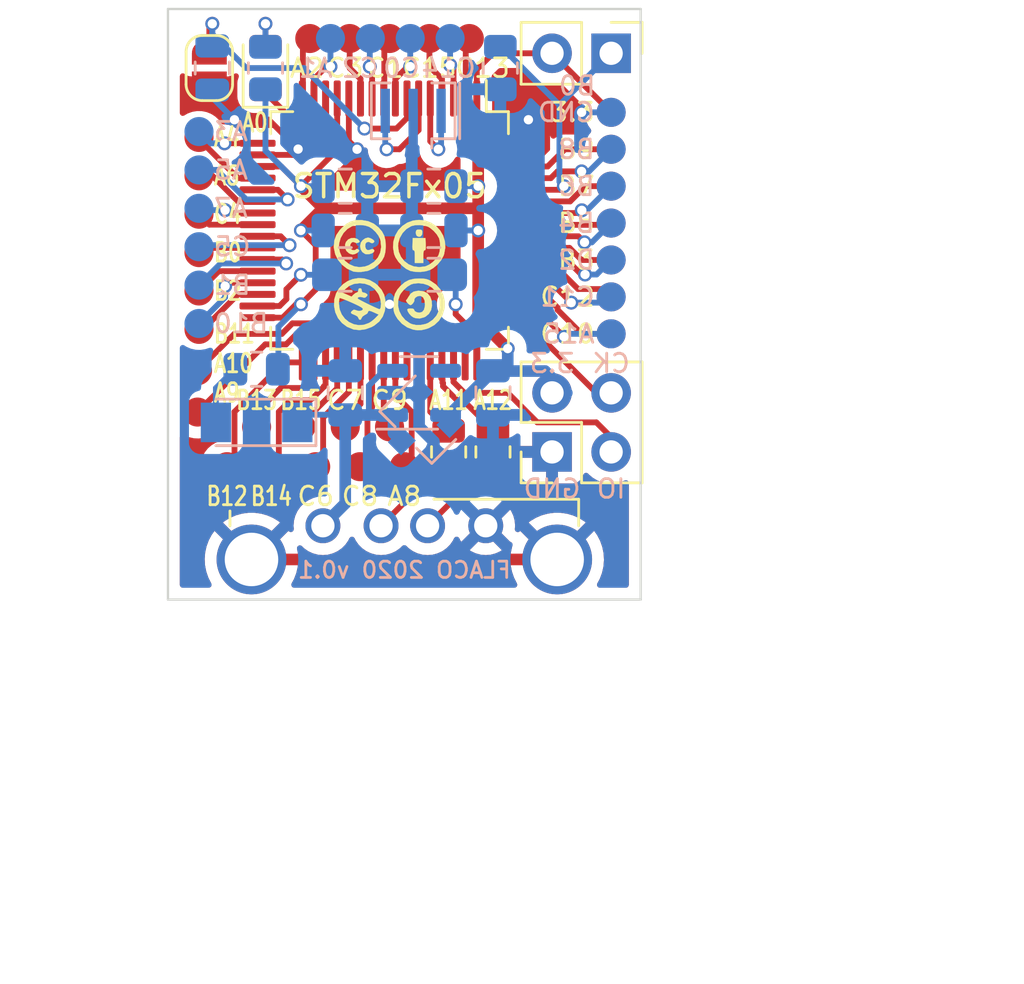
<source format=kicad_pcb>
(kicad_pcb (version 20211014) (generator pcbnew)
  (title_block (title "USB Amiga Keyboard adapter") (date "2019-12-20") (rev "0.1") (company "FLACO 2019, licence of this PCB is CC-BY-NC-SA") (comment 1 "Connect a USB keyboard to an internal or external amiga keyboard connector") (comment 2 "Support for A500 reset signal, KCLK reset, and reset warning") (comment 4 "Warning : no electrical protection. Change connections while powered off and beware of ESD"))
  (layers (0 "F.Cu" signal) (31 "B.Cu" signal) (34 "B.Paste" user) (35 "F.Paste" user) (36 "B.SilkS" user "B.Silkscreen") (37 "F.SilkS" user "F.Silkscreen") (38 "B.Mask" user) (39 "F.Mask" user) (44 "Edge.Cuts" user))
  (net 0 "")
  (net 1 "NRST")
  (net 2 "+3.3V")
  (net 3 "+5V")
  (net 4 "JTCK-SWCLK")
  (net 5 "BOOT0")
  (net 6 "OTG_FS_DP")
  (net 7 "OTG_FS_DM")
  (net 8 "JTMS-SWDIO")
  (net 9 "Net-(D1-Pad2)")
  (net 10 "LED")
  (net 11 "GROUND")
  (net 12 "Net-(C10-Pad1)")
  (net 13 "Net-(C11-Pad1)")
  (net 14 "Net-(J2-Pad3)")
  (net 15 "Net-(J2-Pad2)")
  (net 16 "Net-(D2-Pad2)")
  (net 17 "Net-(C9-Pad1)")
  (net 18 "Net-(C8-Pad1)")
  (net 19 "RX")
  (net 20 "TX")
  (net 21 "Net-(TP1-Pad1)")
  (net 22 "Net-(TP3-Pad1)")
  (net 23 "Net-(TP4-Pad1)")
  (net 24 "Net-(TP5-Pad1)")
  (net 25 "Net-(TP6-Pad1)")
  (net 26 "Net-(TP7-Pad1)")
  (net 27 "Net-(TP8-Pad1)")
  (net 28 "Net-(TP9-Pad1)")
  (net 29 "Net-(TP10-Pad1)")
  (net 30 "Net-(TP11-Pad1)")
  (net 31 "Net-(TP12-Pad1)")
  (net 32 "Net-(TP13-Pad1)")
  (net 33 "Net-(TP14-Pad1)")
  (net 34 "Net-(TP15-Pad1)")
  (net 35 "Net-(TP16-Pad1)")
  (net 36 "Net-(TP17-Pad1)")
  (net 37 "Net-(TP18-Pad1)")
  (net 38 "Net-(TP19-Pad1)")
  (net 39 "Net-(TP20-Pad1)")
  (net 40 "Net-(TP21-Pad1)")
  (net 41 "Net-(TP22-Pad1)")
  (net 42 "Net-(TP23-Pad1)")
  (net 43 "Net-(TP24-Pad1)")
  (net 44 "Net-(TP25-Pad1)")
  (net 45 "Net-(TP26-Pad1)")
  (net 46 "Net-(TP27-Pad1)")
  (net 47 "Net-(TP28-Pad1)")
  (net 48 "Net-(TP29-Pad1)")
  (net 49 "Net-(TP30-Pad1)")
  (net 50 "Net-(TP31-Pad1)")
  (net 51 "Net-(TP32-Pad1)")
  (net 52 "Net-(TP33-Pad1)")
  (net 53 "Net-(TP34-Pad1)")
  (net 54 "Net-(TP35-Pad1)")
  (net 55 "Net-(TP36-Pad1)")
  (net 56 "Net-(TP37-Pad1)")
  (net 57 "Net-(TP38-Pad1)")
  (net 58 "Net-(TP39-Pad1)")
  (net 59 "Net-(TP40-Pad1)")
  (net 60 "Net-(TP41-Pad1)")
  (net 61 "Net-(TP42-Pad1)")
  (net 62 "Net-(TP43-Pad1)")
  (footprint "Resistor_SMD:R_0805_2012Metric" (layer "F.Cu") (at 189.865 69.215 90)
    (fp_text reference "R1" hide)
    (fp_text value "22")
  )
  (footprint "Sassa:USB_A_female_THT_G54" (layer "F.Cu") (at 186.055 72.39)
    (fp_text reference "J2" hide)
    (fp_text value "USB_A")
  )
  (footprint "Package_QFP:LQFP-64_10x10mm_P0.5mm" (layer "F.Cu") (at 185.42 59.69 -90)
    (fp_text reference "U1" hide)
    (fp_text value "STM32F105R8Tx")
  )
  (footprint "Jumper:SolderJumper-2_P1.3mm_Open_RoundedPad1.0x1.5mm" (layer "F.Cu") (at 177.673 52.705 -90)
    (fp_text reference "JP1" hide)
    (fp_text value "NRST")
  )
  (footprint "LED_SMD:LED_0805_2012Metric" (layer "F.Cu") (at 180.086 52.705 90)
    (fp_text reference "D2" hide)
    (fp_text value "LED")
  )
  (footprint "Sassa:Measurement_Point_Round-SMD-Pad_VerySmall" (layer "F.Cu") (at 177.165 65.7225)
    (fp_text reference "TP2" hide)
    (fp_text value "RX" hide)
  )
  (footprint "Sassa:CC_BY_NC_SA_square_silkscreen_4.8x4.8mm" (layer "F.Cu") (at 185.42 61.595)
    (fp_text reference "MK5" hide)
    (fp_text value "License" hide)
  )
  (footprint "Sassa:Measurement_Point_Round-SMD-Pad_VerySmall" (layer "F.Cu") (at 185.42 51.435)
    (fp_text reference "TP4" hide)
    (fp_text value "TP" hide)
  )
  (footprint "Sassa:Measurement_Point_Round-SMD-Pad_VerySmall" (layer "F.Cu") (at 183.7055 51.435)
    (fp_text reference "TP6" hide)
    (fp_text value "TP" hide)
  )
  (footprint "Sassa:Measurement_Point_Round-SMD-Pad_VerySmall" (layer "F.Cu") (at 177.2285 58.9915)
    (fp_text reference "TP7" hide)
    (fp_text value "TP" hide)
  )
  (footprint "Sassa:Measurement_Point_Round-SMD-Pad_VerySmall" (layer "F.Cu") (at 182.245 69.85)
    (fp_text reference "TP9" hide)
    (fp_text value "TP" hide)
  )
  (footprint "Sassa:Measurement_Point_Round-SMD-Pad_VerySmall" (layer "F.Cu") (at 183.515 68.1355)
    (fp_text reference "TP10" hide)
    (fp_text value "TP" hide)
  )
  (footprint "Sassa:Measurement_Point_Round-SMD-Pad_VerySmall" (layer "F.Cu") (at 184.15 69.85)
    (fp_text reference "TP11" hide)
    (fp_text value "TP" hide)
  )
  (footprint "Sassa:Measurement_Point_Round-SMD-Pad_VerySmall" (layer "F.Cu") (at 194.945 64.135 180)
    (fp_text reference "TP13" hide)
    (fp_text value "TP" hide)
  )
  (footprint "Sassa:Measurement_Point_Round-SMD-Pad_VerySmall" (layer "F.Cu") (at 194.945 62.5475 180)
    (fp_text reference "TP15" hide)
    (fp_text value "TP" hide)
  )
  (footprint "Sassa:Measurement_Point_Round-SMD-Pad_VerySmall" (layer "F.Cu") (at 187.1345 51.435)
    (fp_text reference "TP18" hide)
    (fp_text value "TP" hide)
  )
  (footprint "Sassa:Measurement_Point_Round-SMD-Pad_VerySmall" (layer "F.Cu") (at 181.991 51.435)
    (fp_text reference "TP20" hide)
    (fp_text value "TP" hide)
  )
  (footprint "Sassa:Measurement_Point_Round-SMD-Pad_VerySmall" (layer "F.Cu") (at 177.2285 55.6895)
    (fp_text reference "TP22" hide)
    (fp_text value "TP" hide)
  )
  (footprint "Sassa:Measurement_Point_Round-SMD-Pad_VerySmall" (layer "F.Cu") (at 177.2285 57.3405)
    (fp_text reference "TP24" hide)
    (fp_text value "TP" hide)
  )
  (footprint "Sassa:Measurement_Point_Round-SMD-Pad_VerySmall" (layer "F.Cu") (at 186.055 69.85)
    (fp_text reference "TP26" hide)
    (fp_text value "TP" hide)
  )
  (footprint "Sassa:Measurement_Point_Round-SMD-Pad_VerySmall" (layer "F.Cu") (at 177.2285 60.6425)
    (fp_text reference "TP28" hide)
    (fp_text value "TP" hide)
  )
  (footprint "Sassa:Measurement_Point_Round-SMD-Pad_VerySmall" (layer "F.Cu") (at 177.2285 62.2935)
    (fp_text reference "TP30" hide)
    (fp_text value "TP" hide)
  )
  (footprint "Sassa:Measurement_Point_Round-SMD-Pad_VerySmall" (layer "F.Cu") (at 194.945 60.96 180)
    (fp_text reference "TP31" hide)
    (fp_text value "TP" hide)
  )
  (footprint "Sassa:Measurement_Point_Round-SMD-Pad_VerySmall" (layer "F.Cu") (at 194.945 59.3725 180)
    (fp_text reference "TP33" hide)
    (fp_text value "TP" hide)
  )
  (footprint "Sassa:Measurement_Point_Round-SMD-Pad_VerySmall" (layer "F.Cu") (at 194.945 57.785 180)
    (fp_text reference "TP35" hide)
    (fp_text value "TP" hide)
  )
  (footprint "Sassa:Measurement_Point_Round-SMD-Pad_VerySmall" (layer "F.Cu") (at 194.945 56.1975 180)
    (fp_text reference "TP37" hide)
    (fp_text value "TP" hide)
  )
  (footprint "Sassa:Measurement_Point_Round-SMD-Pad_VerySmall" (layer "F.Cu") (at 178.435 69.85)
    (fp_text reference "TP40" hide)
    (fp_text value "TP" hide)
  )
  (footprint "Sassa:Measurement_Point_Round-SMD-Pad_VerySmall" (layer "F.Cu") (at 179.705 68.1355)
    (fp_text reference "TP41" hide)
    (fp_text value "TP" hide)
  )
  (footprint "Sassa:Measurement_Point_Round-SMD-Pad_VerySmall" (layer "F.Cu") (at 180.34 69.85)
    (fp_text reference "TP42" hide)
    (fp_text value "TP" hide)
  )
  (footprint "Sassa:Measurement_Point_Round-SMD-Pad_VerySmall" (layer "F.Cu") (at 181.61 68.1355)
    (fp_text reference "TP43" hide)
    (fp_text value "TP" hide)
  )
  (footprint "Sassa:Measurement_Point_Round-SMD-Pad_VerySmall" (layer "F.Cu") (at 177.165 67.5005)
    (fp_text reference "TP44" hide)
    (fp_text value "TX" hide)
  )
  (footprint "Sassa:Measurement_Point_Round-SMD-Pad_VerySmall" (layer "F.Cu") (at 185.42 68.1355)
    (fp_text reference "TP12" hide)
    (fp_text value "TP" hide)
  )
  (footprint "Sassa:Measurement_Point_Round-SMD-Pad_VerySmall" (layer "F.Cu") (at 188.849 51.435)
    (fp_text reference "TP16" hide)
    (fp_text value "TP" hide)
  )
  (footprint "Sassa:Measurement_Point_Round-SMD-Pad_VerySmall" (layer "F.Cu") (at 177.2285 63.9445)
    (fp_text reference "TP39" hide)
    (fp_text value "TP" hide)
  )
  (footprint "Connector_PinHeader_2.54mm:PinHeader_1x02_P2.54mm_Vertical" (layer "F.Cu") (at 194.945 52.07 -90)
    (fp_text reference "J1" hide)
    (fp_text value "Boot0")
  )
  (footprint "Sassa:Measurement_Point_Round-SMD-Pad_VerySmall" (layer "F.Cu") (at 194.945 54.61)
    (fp_text reference "TP45" hide)
    (fp_text value "TP" hide)
  )
  (footprint "Connector_PinHeader_2.54mm:PinHeader_2x02_P2.54mm_Vertical" (layer "F.Cu") (at 192.405 69.215 90)
    (fp_text reference "J3" hide)
    (fp_text value "PROG")
  )
  (footprint "Resistor_SMD:R_0805_2012Metric" (layer "F.Cu") (at 187.96 69.215 90)
    (fp_text reference "R2" hide)
    (fp_text value "22")
  )
  (footprint "Sassa:C_0805_2012Metric_shortable" (layer "B.Cu") (at 187.325 61.595 180)
    (fp_text reference "C11" hide)
    (fp_text value "2.2u")
  )
  (footprint "Capacitor_SMD:C_0805_2012Metric" (layer "B.Cu") (at 183.515 66.675 90)
    (fp_text reference "C1" hide)
    (fp_text value "10u")
  )
  (footprint "Package_TO_SOT_SMD:SOT-23-5" (layer "B.Cu") (at 186.69 66.675)
    (fp_text reference "U2" hide)
    (fp_text value "SPX3819M5-L-3-3")
  )
  (footprint "Capacitor_SMD:C_0805_2012Metric" (layer "B.Cu") (at 183.515 59.69)
    (fp_text reference "C7" hide)
    (fp_text value "100n")
  )
  (footprint "Crystal:Resonator_SMD_Murata_CSTxExxV-3Pin_3.0x1.1mm" (layer "B.Cu") (at 186.436 54.5465 180)
    (fp_text reference "Y1" hide)
    (fp_text value "8MHz")
  )
  (footprint "Capacitor_SMD:C_0805_2012Metric" (layer "B.Cu") (at 189.865 66.675 -90)
    (fp_text reference "C2" hide)
    (fp_text value "10u")
  )
  (footprint "Capacitor_SMD:C_0805_2012Metric" (layer "B.Cu") (at 187.325 59.69 180)
    (fp_text reference "C4" hide)
    (fp_text value "100n")
  )
  (footprint "Diode_SMD:D_MiniMELF" (layer "B.Cu") (at 179.705 67.945 180)
    (fp_text reference "D1" hide)
    (fp_text value "Zener 3.3v")
  )
  (footprint "Capacitor_SMD:C_0805_2012Metric" (layer "B.Cu") (at 183.515 57.785)
    (fp_text reference "C6" hide)
    (fp_text value "100n")
  )
  (footprint "Capacitor_SMD:C_0805_2012Metric" (layer "B.Cu") (at 187.325 57.785 180)
    (fp_text reference "C5" hide)
    (fp_text value "100n")
  )
  (footprint "Sassa:C_0805_2012Metric_shortable" (layer "B.Cu") (at 183.515 61.595)
    (fp_text reference "C10" hide)
    (fp_text value "2.2u")
  )
  (footprint "Resistor_SMD:R_0805_2012Metric" (layer "B.Cu") (at 190.1825 52.705 -90)
    (fp_text reference "R4" hide)
    (fp_text value "4700")
  )
  (footprint "Resistor_SMD:R_0805_2012Metric" (layer "B.Cu") (at 180.086 52.705 90)
    (fp_text reference "R6" hide)
    (fp_text value "1k")
  )
  (footprint "Capacitor_SMD:C_0805_2012Metric" (layer "B.Cu") (at 177.8 52.705 -90)
    (fp_text reference "C3" hide)
    (fp_text value "100n")
  )
  (footprint "Sassa:Measurement_Point_Round-SMD-Pad_VerySmall" (layer "B.Cu") (at 182.88 51.435)
    (fp_text reference "TP19" hide)
    (fp_text value "TP" hide)
  )
  (footprint "Resistor_SMD:R_0805_2012Metric" (layer "B.Cu") (at 179.705 65.659 180)
    (fp_text reference "R5" hide)
    (fp_text value "R_Small")
  )
  (footprint "Sassa:Measurement_Point_Round-SMD-Pad_VerySmall" (layer "B.Cu") (at 194.945 60.96 180)
    (fp_text reference "TP1" hide)
    (fp_text value "TP" hide)
  )
  (footprint "Sassa:Measurement_Point_Round-SMD-Pad_VerySmall" (layer "B.Cu") (at 186.309 51.435)
    (fp_text reference "TP3" hide)
    (fp_text value "TP" hide)
  )
  (footprint "Sassa:Measurement_Point_Round-SMD-Pad_VerySmall" (layer "B.Cu") (at 184.5945 51.435)
    (fp_text reference "TP5" hide)
    (fp_text value "TP" hide)
  )
  (footprint "Sassa:Measurement_Point_Round-SMD-Pad_VerySmall" (layer "B.Cu") (at 177.2285 60.3885)
    (fp_text reference "TP8" hide)
    (fp_text value "TP" hide)
  )
  (footprint "Sassa:Measurement_Point_Round-SMD-Pad_VerySmall" (layer "B.Cu") (at 194.945 62.5475 180)
    (fp_text reference "TP14" hide)
    (fp_text value "TP" hide)
  )
  (footprint "Sassa:Measurement_Point_Round-SMD-Pad_VerySmall" (layer "B.Cu") (at 188.0235 51.435)
    (fp_text reference "TP17" hide)
    (fp_text value "TP" hide)
  )
  (footprint "Sassa:Measurement_Point_Round-SMD-Pad_VerySmall" (layer "B.Cu") (at 177.2285 55.4355)
    (fp_text reference "TP21" hide)
    (fp_text value "TP" hide)
  )
  (footprint "Sassa:Measurement_Point_Round-SMD-Pad_VerySmall" (layer "B.Cu") (at 177.2285 57.0865)
    (fp_text reference "TP23" hide)
    (fp_text value "TP" hide)
  )
  (footprint "Sassa:Measurement_Point_Round-SMD-Pad_VerySmall" (layer "B.Cu") (at 177.2285 58.7375)
    (fp_text reference "TP25" hide)
    (fp_text value "TP" hide)
  )
  (footprint "Sassa:Measurement_Point_Round-SMD-Pad_VerySmall" (layer "B.Cu") (at 194.945 64.135 180)
    (fp_text reference "TP27" hide)
    (fp_text value "TP" hide)
  )
  (footprint "Sassa:Measurement_Point_Round-SMD-Pad_VerySmall" (layer "B.Cu") (at 177.2285 62.0395)
    (fp_text reference "TP29" hide)
    (fp_text value "TP" hide)
  )
  (footprint "Sassa:Measurement_Point_Round-SMD-Pad_VerySmall" (layer "B.Cu") (at 194.945 59.3725 180)
    (fp_text reference "TP32" hide)
    (fp_text value "TP" hide)
  )
  (footprint "Sassa:Measurement_Point_Round-SMD-Pad_VerySmall" (layer "B.Cu") (at 194.945 57.785 180)
    (fp_text reference "TP34" hide)
    (fp_text value "TP" hide)
  )
  (footprint "Sassa:Measurement_Point_Round-SMD-Pad_VerySmall" (layer "B.Cu") (at 194.945 56.1975 180)
    (fp_text reference "TP36" hide)
    (fp_text value "TP" hide)
  )
  (footprint "Sassa:Measurement_Point_Round-SMD-Pad_VerySmall" (layer "B.Cu") (at 177.2285 63.6905)
    (fp_text reference "TP38" hide)
    (fp_text value "TP" hide)
  )
  (footprint "Sassa:Measurement_Point_Round-SMD-Pad_VerySmall" (layer "B.Cu") (at 194.945 54.61)
    (fp_text reference "TP46" hide)
    (fp_text value "TP" hide)
  )
  (footprint "Sassa:SOT-23" (layer "B.Cu") (at 186.654645 68.053858 -135)
    (fp_text reference "U3" hide)
    (fp_text value "XC6206PxxxMR")
  )
  (gr_line (start 175.895 50.165) (end 175.895 75.565) (layer "Edge.Cuts") (width 0.1))
  (gr_line (start 196.215 75.565) (end 196.215 50.165) (layer "Edge.Cuts") (width 0.1))
  (gr_line (start 175.895 75.565) (end 196.215 75.565) (layer "Edge.Cuts") (width 0.1))
  (gr_line (start 196.215 50.165) (end 175.895 50.165) (layer "Edge.Cuts") (width 0.1))
  (gr_text "FLACO 2020 v0.1" (at 186.055 74.295) (layer "B.SilkS") (effects (font (size 0.7 0.7) (thickness 0.12)) (justify mirror)))
  (gr_text "A15" (at 194.31 64.135) (layer "B.SilkS") (effects (font (size 0.8 0.8) (thickness 0.12)) (justify left mirror)))
  (gr_text "C11" (at 194.31 62.5475) (layer "B.SilkS") (effects (font (size 0.8 0.8) (thickness 0.12)) (justify left mirror)))
  (gr_text "D2" (at 194.31 60.96) (layer "B.SilkS") (effects (font (size 0.8 0.8) (thickness 0.12)) (justify left mirror)))
  (gr_text "B4" (at 194.31 59.3725) (layer "B.SilkS") (effects (font (size 0.8 0.8) (thickness 0.12)) (justify left mirror)))
  (gr_text "B6" (at 194.31 57.785) (layer "B.SilkS") (effects (font (size 0.8 0.8) (thickness 0.12)) (justify left mirror)))
  (gr_text "B8" (at 194.31 56.1975) (layer "B.SilkS") (effects (font (size 0.8 0.8) (thickness 0.12)) (justify left mirror)))
  (gr_text "GND" (at 194.31 54.61) (layer "B.SilkS") (effects (font (size 0.8 0.8) (thickness 0.12)) (justify left mirror)))
  (gr_text "B10" (at 177.8 63.6905) (layer "B.SilkS") (effects (font (size 0.8 0.8) (thickness 0.12)) (justify right mirror)))
  (gr_text "B1" (at 177.8 62.0395) (layer "B.SilkS") (effects (font (size 0.8 0.8) (thickness 0.12)) (justify right mirror)))
  (gr_text "C5" (at 177.8 60.3885) (layer "B.SilkS") (effects (font (size 0.8 0.8) (thickness 0.12)) (justify right mirror)))
  (gr_text "A5" (at 177.8 57.0865) (layer "B.SilkS") (effects (font (size 0.8 0.8) (thickness 0.12)) (justify right mirror)))
  (gr_text "A3" (at 177.8 55.4355) (layer "B.SilkS") (effects (font (size 0.8 0.8) (thickness 0.12)) (justify right mirror)))
  (gr_text "A1" (at 182.245 52.705) (layer "B.SilkS") (effects (font (size 0.8 0.8) (thickness 0.12)) (justify mirror)))
  (gr_text "C2" (at 184.15 52.705) (layer "B.SilkS") (effects (font (size 0.8 0.8) (thickness 0.12)) (justify mirror)))
  (gr_text "C0" (at 185.928 52.705) (layer "B.SilkS") (effects (font (size 0.8 0.8) (thickness 0.12)) (justify mirror)))
  (gr_text "C14" (at 187.96 52.705) (layer "B.SilkS") (effects (font (size 0.8 0.8) (thickness 0.12)) (justify mirror)))
  (gr_text "A7" (at 177.8 58.7375) (layer "B.SilkS") (effects (font (size 0.8 0.8) (thickness 0.12)) (justify right mirror)))
  (gr_text "IO" (at 194.945 70.8025) (layer "B.SilkS") (effects (font (size 0.8 0.8) (thickness 0.12)) (justify mirror)))
  (gr_text "3.3" (at 192.405 65.405) (layer "B.SilkS") (effects (font (size 0.8 0.8) (thickness 0.12)) (justify mirror)))
  (gr_text "CK" (at 194.945 65.405) (layer "B.SilkS") (effects (font (size 0.8 0.8) (thickness 0.12)) (justify mirror)))
  (gr_text "B0" (at 193.4845 53.467) (layer "B.SilkS") (effects (font (size 0.8 0.8) (thickness 0.12)) (justify mirror)))
  (gr_text "GND" (at 192.405 70.8025) (layer "B.SilkS") (effects (font (size 0.8 0.8) (thickness 0.12)) (justify mirror)))
  (gr_text "C10" (at 194.31 64.135) (layer "F.SilkS") (effects (font (size 0.8 0.8) (thickness 0.12)) (justify right)))
  (gr_text "C12" (at 194.31 62.5475) (layer "F.SilkS") (effects (font (size 0.8 0.8) (thickness 0.12)) (justify right)))
  (gr_text "B3" (at 194.31 60.96) (layer "F.SilkS") (effects (font (size 0.8 0.8) (thickness 0.12)) (justify right)))
  (gr_text "B5" (at 194.31 59.3725) (layer "F.SilkS") (effects (font (size 0.8 0.8) (thickness 0.12)) (justify right)))
  (gr_text "B7" (at 194.31 57.785) (layer "F.SilkS") (effects (font (size 0.8 0.8) (thickness 0.12)) (justify right)))
  (gr_text "B9" (at 194.31 56.1975) (layer "F.SilkS") (effects (font (size 0.8 0.8) (thickness 0.12)) (justify right)))
  (gr_text "3.3" (at 194.31 54.61) (layer "F.SilkS") (effects (font (size 0.8 0.8) (thickness 0.12)) (justify right)))
  (gr_text "C13" (at 189.4205 52.705) (layer "F.SilkS") (effects (font (size 0.8 0.8) (thickness 0.12))))
  (gr_text "C15" (at 187.1345 52.705) (layer "F.SilkS") (effects (font (size 0.8 0.8) (thickness 0.12))))
  (gr_text "C1" (at 185.2295 52.705) (layer "F.SilkS") (effects (font (size 0.8 0.8) (thickness 0.12))))
  (gr_text "C3" (at 183.515 52.705) (layer "F.SilkS") (effects (font (size 0.8 0.8) (thickness 0.12))))
  (gr_text "A2" (at 181.864 52.705) (layer "F.SilkS") (effects (font (size 0.8 0.8) (thickness 0.12))))
  (gr_text "A4" (at 177.8 55.6895) (layer "F.SilkS") (effects (font (size 0.8 0.6) (thickness 0.12)) (justify left)))
  (gr_text "A6" (at 177.8 57.3405) (layer "F.SilkS") (effects (font (size 0.8 0.6) (thickness 0.12)) (justify left)))
  (gr_text "C4" (at 177.8 58.9915) (layer "F.SilkS") (effects (font (size 0.8 0.6) (thickness 0.12)) (justify left)))
  (gr_text "B0" (at 177.8 60.6425) (layer "F.SilkS") (effects (font (size 0.8 0.6) (thickness 0.12)) (justify left)))
  (gr_text "B2" (at 177.8 62.2935) (layer "F.SilkS") (effects (font (size 0.8 0.6) (thickness 0.12)) (justify left)))
  (gr_text "B11" (at 177.8 64.135) (layer "F.SilkS") (effects (font (size 0.8 0.6) (thickness 0.12)) (justify left)))
  (gr_text "A10" (at 177.8 65.405) (layer "F.SilkS") (effects (font (size 0.8 0.6) (thickness 0.12)) (justify left)))
  (gr_text "A9" (at 177.8 66.675) (layer "F.SilkS") (effects (font (size 0.8 0.6) (thickness 0.12)) (justify left)))
  (gr_text "B13" (at 179.705 66.9925) (layer "F.SilkS") (effects (font (size 0.8 0.6) (thickness 0.12))))
  (gr_text "B12" (at 178.435 71.12) (layer "F.SilkS") (effects (font (size 0.8 0.6) (thickness 0.12))))
  (gr_text "B14" (at 180.34 71.12) (layer "F.SilkS") (effects (font (size 0.8 0.6) (thickness 0.12))))
  (gr_text "B15" (at 181.61 66.9925) (layer "F.SilkS") (effects (font (size 0.8 0.6) (thickness 0.12))))
  (gr_text "C6" (at 182.245 71.12) (layer "F.SilkS") (effects (font (size 0.8 0.8) (thickness 0.12))))
  (gr_text "C7" (at 183.515 66.9925) (layer "F.SilkS") (effects (font (size 0.8 0.8) (thickness 0.12))))
  (gr_text "C8" (at 184.15 71.12) (layer "F.SilkS") (effects (font (size 0.8 0.8) (thickness 0.12))))
  (gr_text "C9" (at 185.42 66.9925) (layer "F.SilkS") (effects (font (size 0.8 0.8) (thickness 0.12))))
  (gr_text "A8" (at 186.055 71.12) (layer "F.SilkS") (effects (font (size 0.8 0.8) (thickness 0.12))))
  (gr_text "A11" (at 187.96 66.9925) (layer "F.SilkS") (effects (font (size 0.8 0.6) (thickness 0.12))))
  (gr_text "A12" (at 189.865 66.9925) (layer "F.SilkS") (effects (font (size 0.8 0.6) (thickness 0.12))))
  (gr_text "A0" (at 179.0065 55.0545) (layer "F.SilkS") (effects (font (size 0.8 0.6) (thickness 0.12)) (justify left)))
  (gr_text "STM32Fx05" (at 185.42 57.785) (layer "F.SilkS") (effects (font (size 1 1))))
  (segment (start 186.17 54.015) (end 186.17 54.855702) (width 0.25) (layer "F.Cu") (net 1))
  (segment (start 177.673 52.055) (end 177.673 50.927) (width 0.25) (layer "F.Cu") (net 1))
  (segment (start 185.717202 55.3085) (end 184.3405 55.3085) (width 0.25) (layer "F.Cu") (net 1))
  (segment (start 186.17 54.855702) (end 185.717202 55.3085) (width 0.25) (layer "F.Cu") (net 1))
  (segment (start 177.673 50.927) (end 177.8 50.8) (width 0.25) (layer "F.Cu") (net 1))
  (via (at 177.8 50.8) (size 0.6) (drill 0.4) (layers "F.Cu" "B.Cu") (net 1))
  (via (at 184.3405 55.3085) (size 0.6) (drill 0.4) (layers "F.Cu" "B.Cu") (net 1))
  (segment (start 177.8 50.8) (end 177.8 51.2445) (width 0.25) (layer "B.Cu") (net 1))
  (segment (start 177.8 51.7675) (end 177.8 50.8) (width 0.25) (layer "B.Cu") (net 1))
  (segment (start 177.8 51.2445) (end 179.2605 52.705) (width 0.25) (layer "B.Cu") (net 1))
  (segment (start 179.2605 52.705) (end 181.737 52.705) (width 0.25) (layer "B.Cu") (net 1))
  (segment (start 181.737 52.705) (end 184.3405 55.3085) (width 0.25) (layer "B.Cu") (net 1))
  (segment (start 189.865 52.07) (end 192.405 52.07) (width 0.25) (layer "F.Cu") (net 2))
  (segment (start 189.17 54.015) (end 189.17 52.765) (width 0.25) (layer "F.Cu") (net 2))
  (segment (start 181.61 57.785) (end 182.5625 58.7375) (width 0.5) (layer "F.Cu") (net 2))
  (segment (start 180.52 63.44) (end 179.745 63.44) (width 0.25) (layer "F.Cu") (net 2))
  (segment (start 180.82567 63.44) (end 180.52 63.44) (width 0.25) (layer "F.Cu") (net 2))
  (segment (start 189.23 63.5) (end 190.5 64.77) (width 0.5) (layer "F.Cu") (net 2))
  (segment (start 182.245 60.325) (end 181.61 59.69) (width 0.25) (layer "F.Cu") (net 2))
  (segment (start 181.61 57.785) (end 180.765 56.94) (width 0.25) (layer "F.Cu") (net 2))
  (segment (start 183.17 54.015) (end 183.17 56.225) (width 0.25) (layer "F.Cu") (net 2))
  (segment (start 189.23 59.69) (end 189.23 55.88) (width 0.5) (layer "F.Cu") (net 2))
  (segment (start 181.61 62.865) (end 182.245 62.23) (width 0.25) (layer "F.Cu") (net 2))
  (segment (start 189.29 55.94) (end 189.23 55.88) (width 0.25) (layer "F.Cu") (net 2))
  (segment (start 189.23 58.7375) (end 182.5625 58.7375) (width 0.5) (layer "F.Cu") (net 2))
  (segment (start 189.17 52.765) (end 189.865 52.07) (width 0.25) (layer "F.Cu") (net 2))
  (segment (start 189.17 63.56) (end 189.17 65.365) (width 0.25) (layer "F.Cu") (net 2))
  (segment (start 182.245 62.23) (end 182.245 60.325) (width 0.25) (layer "F.Cu") (net 2))
  (segment (start 189.17 54.015) (end 189.17 55.82) (width 0.25) (layer "F.Cu") (net 2))
  (segment (start 189.23 59.69) (end 189.23 63.5) (width 0.5) (layer "F.Cu") (net 2))
  (segment (start 180.765 56.94) (end 179.745 56.94) (width 0.25) (layer "F.Cu") (net 2))
  (segment (start 181.61 59.69) (end 182.5625 58.7375) (width 0.5) (layer "F.Cu") (net 2))
  (segment (start 189.23 63.5) (end 189.17 63.56) (width 0.25) (layer "F.Cu") (net 2))
  (segment (start 181.61 62.865) (end 181.40067 62.865) (width 0.25) (layer "F.Cu") (net 2))
  (segment (start 181.40067 62.865) (end 180.82567 63.44) (width 0.25) (layer "F.Cu") (net 2))
  (segment (start 194.945 54.61) (end 192.405 52.07) (width 0.25) (layer "F.Cu") (net 2))
  (segment (start 191.095 55.94) (end 189.29 55.94) (width 0.25) (layer "F.Cu") (net 2))
  (segment (start 183.17 56.225) (end 181.61 57.785) (width 0.25) (layer "F.Cu") (net 2))
  (segment (start 189.17 55.82) (end 189.23 55.88) (width 0.25) (layer "F.Cu") (net 2))
  (via (at 189.23 59.69) (size 0.6) (drill 0.4) (layers "F.Cu" "B.Cu") (net 2))
  (via (at 181.61 62.865) (size 0.6) (drill 0.4) (layers "F.Cu" "B.Cu") (net 2))
  (via (at 189.23 57.785) (size 0.6) (drill 0.4) (layers "F.Cu" "B.Cu") (net 2))
  (via (at 181.61 57.785) (size 0.6) (drill 0.4) (layers "F.Cu" "B.Cu") (net 2))
  (via (at 190.5 64.77) (size 0.6) (drill 0.4) (layers "F.Cu" "B.Cu") (net 2))
  (via (at 181.61 59.69) (size 0.6) (drill 0.4) (layers "F.Cu" "B.Cu") (net 2))
  (segment (start 189.23 59.69) (end 188.2625 59.69) (width 0.25) (layer "B.Cu") (net 2))
  (segment (start 182.5775 59.69) (end 181.61 59.69) (width 0.25) (layer "B.Cu") (net 2))
  (segment (start 187.79 67.775) (end 188.033503 68.018503) (width 0.5) (layer "B.Cu") (net 2))
  (segment (start 187.79 67.625) (end 187.79 67.775) (width 0.5) (layer "B.Cu") (net 2))
  (segment (start 187.79 67.625) (end 187.9775 67.625) (width 0.5) (layer "B.Cu") (net 2))
  (segment (start 180.6425 65.659) (end 180.6425 63.8325) (width 0.25) (layer "B.Cu") (net 2))
  (segment (start 188.2625 57.785) (end 189.23 57.785) (width 0.25) (layer "B.Cu") (net 2))
  (segment (start 190.5 65.7375) (end 190.5 64.77) (width 0.5) (layer "B.Cu") (net 2))
  (segment (start 190.5 65.7375) (end 192.1025 65.7375) (width 0.5) (layer "B.Cu") (net 2))
  (segment (start 182.5775 57.785) (end 181.61 57.785) (width 0.25) (layer "B.Cu") (net 2))
  (segment (start 181.61 57.785) (end 180.086 56.261) (width 0.25) (layer "B.Cu") (net 2))
  (segment (start 187.9775 67.625) (end 189.865 65.7375) (width 0.5) (layer "B.Cu") (net 2))
  (segment (start 180.086 56.261) (end 180.086 53.6425) (width 0.25) (layer "B.Cu") (net 2))
  (segment (start 192.1025 65.7375) (end 193.04 66.675) (width 0.5) (layer "B.Cu") (net 2))
  (segment (start 180.6425 63.8325) (end 181.61 62.865) (width 0.25) (layer "B.Cu") (net 2))
  (segment (start 185.59 68.403427) (end 185.947538 68.760965) (width 0.5) (layer "B.Cu") (net 3))
  (segment (start 185.2295 67.6275) (end 183.5175 67.6275) (width 0.5) (layer "B.Cu") (net 3))
  (segment (start 181.7875 67.6125) (end 181.455 67.945) (width 0.25) (layer "B.Cu") (net 3))
  (segment (start 184.531 67.564) (end 184.5945 67.6275) (width 0.25) (layer "B.Cu") (net 3))
  (segment (start 184.531 66.362249) (end 184.531 67.564) (width 0.25) (layer "B.Cu") (net 3))
  (segment (start 185.59 65.725) (end 185.168249 65.725) (width 0.25) (layer "B.Cu") (net 3))
  (segment (start 185.59 67.625) (end 184.5945 67.6275) (width 0.5) (layer "B.Cu") (net 3))
  (segment (start 185.59 67.625) (end 185.59 68.403427) (width 0.5) (layer "B.Cu") (net 3))
  (segment (start 183.515 67.6125) (end 181.7875 67.6125) (width 0.25) (layer "B.Cu") (net 3))
  (segment (start 185.168249 65.725) (end 184.531 66.362249) (width 0.25) (layer "B.Cu") (net 3))
  (segment (start 183.515 67.6125) (end 183.515 71.43) (width 0.5) (layer "B.Cu") (net 3))
  (segment (start 183.5175 67.6275) (end 183.515 67.625) (width 0.5) (layer "B.Cu") (net 3))
  (segment (start 183.515 71.43) (end 182.555 72.39) (width 0.5) (layer "B.Cu") (net 3))
  (segment (start 191.095 63.44) (end 191.095 63.46) (width 0.25) (layer "F.Cu") (net 4))
  (segment (start 194.31 66.675) (end 194.945 66.675) (width 0.25) (layer "F.Cu") (net 4))
  (segment (start 191.095 63.46) (end 194.31 66.675) (width 0.25) (layer "F.Cu") (net 4))
  (segment (start 191.095 57.94) (end 192.758 57.94) (width 0.25) (layer "F.Cu") (net 5))
  (segment (start 192.758 57.94) (end 192.913 57.785) (width 0.25) (layer "F.Cu") (net 5))
  (via (at 192.913 57.785) (size 0.6) (drill 0.4) (layers "F.Cu" "B.Cu") (net 5))
  (segment (start 190.1825 51.816) (end 190.246 51.816) (width 0.25) (layer "B.Cu") (net 5))
  (segment (start 192.7225 54.2925) (end 194.945 52.07) (width 0.25) (layer "B.Cu") (net 5))
  (segment (start 192.7225 54.2925) (end 192.7225 57.5945) (width 0.25) (layer "B.Cu") (net 5))
  (segment (start 192.7225 57.5945) (end 192.913 57.785) (width 0.25) (layer "B.Cu") (net 5))
  (segment (start 190.246 51.816) (end 192.7225 54.2925) (width 0.25) (layer "B.Cu") (net 5))
  (segment (start 187.69499 66.10749) (end 187.69499 66.230692) (width 0.25) (layer "F.Cu") (net 6))
  (segment (start 187.69499 66.230692) (end 187.71999 66.255692) (width 0.25) (layer "F.Cu") (net 6))
  (segment (start 187.67 66.0825) (end 187.69499 66.10749) (width 0.25) (layer "F.Cu") (net 6))
  (segment (start 187.719991 66.392103) (end 188.452897 67.125009) (width 0.25) (layer "F.Cu") (net 6))
  (segment (start 187.67 65.365) (end 187.67 66.0825) (width 0.25) (layer "F.Cu") (net 6))
  (segment (start 188.712509 67.125009) (end 189.865 68.2775) (width 0.25) (layer "F.Cu") (net 6))
  (segment (start 187.71999 66.255692) (end 187.719991 66.392103) (width 0.25) (layer "F.Cu") (net 6))
  (segment (start 188.452897 67.125009) (end 188.712509 67.125009) (width 0.25) (layer "F.Cu") (net 6))
  (segment (start 187.17 67.4875) (end 187.96 68.2775) (width 0.25) (layer "F.Cu") (net 7))
  (segment (start 187.17 65.365) (end 187.17 67.4875) (width 0.25) (layer "F.Cu") (net 7))
  (segment (start 190.5 66.675) (end 191.77 67.945) (width 0.25) (layer "F.Cu") (net 8))
  (segment (start 188.17 66.205702) (end 188.639298 66.675) (width 0.25) (layer "F.Cu") (net 8))
  (segment (start 188.639298 66.675) (end 190.5 66.675) (width 0.25) (layer "F.Cu") (net 8))
  (segment (start 188.17 65.365) (end 188.17 66.205702) (width 0.25) (layer "F.Cu") (net 8))
  (segment (start 191.77 67.945) (end 194.31 67.945) (width 0.25) (layer "F.Cu") (net 8))
  (segment (start 194.31 67.945) (end 195.58 69.215) (width 0.25) (layer "F.Cu") (net 8))
  (segment (start 177.955 66.4715) (end 177.955 67.945) (width 0.25) (layer "B.Cu") (net 9))
  (segment (start 178.7675 65.659) (end 177.955 66.4715) (width 0.25) (layer "B.Cu") (net 9))
  (segment (start 181.429308 55.11501) (end 180.086 53.771702) (width 0.25) (layer "F.Cu") (net 10))
  (segment (start 182.67 54.855702) (end 182.410692 55.11501) (width 0.25) (layer "F.Cu") (net 10))
  (segment (start 182.410692 55.11501) (end 181.429308 55.11501) (width 0.25) (layer "F.Cu") (net 10))
  (segment (start 182.67 54.015) (end 182.67 54.855702) (width 0.25) (layer "F.Cu") (net 10))
  (segment (start 180.086 53.771702) (end 180.086 53.6425) (width 0.25) (layer "F.Cu") (net 10))
  (segment (start 192.625 73.84) (end 190.32 73.84) (width 0.5) (layer "F.Cu") (net 11))
  (segment (start 181.79 73.84) (end 182.245 74.295) (width 0.5) (layer "F.Cu") (net 11))
  (segment (start 192.19501 55.309246) (end 191.813264 54.9275) (width 0.25) (layer "F.Cu") (net 11))
  (segment (start 191.935702 56.44) (end 192.19501 56.180692) (width 0.25) (layer "F.Cu") (net 11))
  (segment (start 189.865 74.295) (end 188.595 74.295) (width 0.5) (layer "F.Cu") (net 11))
  (segment (start 179.745 56.44) (end 181.2405 56.44) (width 0.25) (layer "F.Cu") (net 11))
  (segment (start 183.67 55.8445) (end 184.023 56.1975) (width 0.25) (layer "F.Cu") (net 11))
  (segment (start 190.32 73.84) (end 189.865 74.295) (width 0.5) (layer "F.Cu") (net 11))
  (segment (start 177.673 53.848) (end 178.7525 54.9275) (width 0.25) (layer "F.Cu") (net 11))
  (segment (start 179.485 73.84) (end 181.79 73.84) (width 0.5) (layer "F.Cu") (net 11))
  (segment (start 188.595 74.295) (end 189.23 74.295) (width 0.5) (layer "F.Cu") (net 11))
  (segment (start 182.245 74.295) (end 188.595 74.295) (width 0.5) (layer "F.Cu") (net 11))
  (segment (start 180.226002 54.9275) (end 181.489501 56.190999) (width 0.25) (layer "F.Cu") (net 11))
  (segment (start 191.095 56.44) (end 191.935702 56.44) (width 0.25) (layer "F.Cu") (net 11))
  (segment (start 183.67 54.015) (end 183.67 55.8445) (width 0.25) (layer "F.Cu") (net 11))
  (segment (start 181.2405 56.44) (end 181.489501 56.190999) (width 0.25) (layer "F.Cu") (net 11))
  (segment (start 191.813264 54.9275) (end 191.389 54.9275) (width 0.25) (layer "F.Cu") (net 11))
  (segment (start 177.673 53.355) (end 177.673 53.848) (width 0.25) (layer "F.Cu") (net 11))
  (segment (start 192.19501 56.180692) (end 192.19501 55.309246) (width 0.25) (layer "F.Cu") (net 11))
  (segment (start 178.7525 54.9275) (end 180.226002 54.9275) (width 0.25) (layer "F.Cu") (net 11))
  (via (at 193.675 54.61) (size 0.6) (drill 0.4) (layers "F.Cu" "B.Cu") (net 11))
  (via (at 178.7525 54.9275) (size 0.6) (drill 0.4) (layers "F.Cu" "B.Cu") (net 11))
  (via (at 184.023 56.1975) (size 0.6) (drill 0.4) (layers "F.Cu" "B.Cu") (net 11))
  (via (at 191.389 54.9275) (size 0.6) (drill 0.4) (layers "F.Cu" "B.Cu") (net 11))
  (via (at 181.489501 56.190999) (size 0.6) (drill 0.4) (layers "F.Cu" "B.Cu") (net 11))
  (via (at 185.42 62.865) (size 0.6) (drill 0.4) (layers "F.Cu" "B.Cu") (net 11))
  (segment (start 186.436 54.5465) (end 186.436 57.7365) (width 0.25) (layer "B.Cu") (net 11))
  (segment (start 177.8 53.975) (end 178.7525 54.9275) (width 0.25) (layer "B.Cu") (net 11))
  (segment (start 186.436 57.7365) (end 186.3875 57.785) (width 0.25) (layer "B.Cu") (net 11))
  (segment (start 184.4525 56.627) (end 184.023 56.1975) (width 0.25) (layer "B.Cu") (net 11))
  (segment (start 184.4525 59.69) (end 184.4525 61.4462) (width 0.5) (layer "B.Cu") (net 11))
  (segment (start 187.325 70.16) (end 187.325 68.7705) (width 0.5) (layer "B.Cu") (net 11))
  (segment (start 177.8 53.6425) (end 177.8 53.975) (width 0.25) (layer "B.Cu") (net 11))
  (segment (start 184.4525 57.785) (end 184.4525 59.69) (width 0.5) (layer "B.Cu") (net 11))
  (segment (start 189.555 72.39) (end 187.325 70.16) (width 0.5) (layer "B.Cu") (net 11))
  (segment (start 186.3875 57.785) (end 186.3875 59.69) (width 0.5) (layer "B.Cu") (net 11))
  (segment (start 194.945 54.61) (end 193.675 54.61) (width 0.25) (layer "B.Cu") (net 11))
  (segment (start 186.69 66.675) (end 185.5525 66.675) (width 0.5) (layer "B.Cu") (net 11))
  (segment (start 187.325 68.7705) (end 186.69 68.1355) (width 0.5) (layer "B.Cu") (net 11))
  (segment (start 186.69 68.1355) (end 186.69 66.675) (width 0.5) (layer "B.Cu") (net 11))
  (segment (start 186.3875 61.4462) (end 186.5363 61.595) (width 0.5) (layer "B.Cu") (net 11))
  (segment (start 184.4525 61.4462) (end 184.3037 61.595) (width 0.5) (layer "B.Cu") (net 11))
  (segment (start 186.69 66.675) (end 186.69 64.135) (width 0.5) (layer "B.Cu") (net 11))
  (segment (start 184.4525 57.785) (end 184.4525 56.627) (width 0.25) (layer "B.Cu") (net 11))
  (segment (start 186.3875 59.69) (end 186.3875 61.4462) (width 0.5) (layer "B.Cu") (net 11))
  (segment (start 180.68926 62.94) (end 180.984999 62.644261) (width 0.25) (layer "F.Cu") (net 12))
  (segment (start 180.984999 62.644261) (end 180.984999 62.219997) (width 0.25) (layer "F.Cu") (net 12))
  (segment (start 181.310001 61.894995) (end 181.61 61.594996) (width 0.25) (layer "F.Cu") (net 12))
  (segment (start 180.984999 62.219997) (end 181.310001 61.894995) (width 0.25) (layer "F.Cu") (net 12))
  (segment (start 179.745 62.94) (end 180.68926 62.94) (width 0.25) (layer "F.Cu") (net 12))
  (via (at 181.61 61.594996) (size 0.6) (drill 0.4) (layers "F.Cu" "B.Cu") (net 12))
  (segment (start 181.61 61.595) (end 182.5775 61.595) (width 0.25) (layer "B.Cu") (net 12))
  (segment (start 188.67 63.696764) (end 188.2625 63.289264) (width 0.25) (layer "F.Cu") (net 13))
  (segment (start 188.67 65.365) (end 188.67 63.696764) (width 0.25) (layer "F.Cu") (net 13))
  (segment (start 188.2625 63.289264) (end 188.2625 62.865) (width 0.25) (layer "F.Cu") (net 13))
  (via (at 188.2625 62.865) (size 0.6) (drill 0.4) (layers "F.Cu" "B.Cu") (net 13))
  (segment (start 188.2625 62.865) (end 188.2625 61.595) (width 0.25) (layer "B.Cu") (net 13))
  (segment (start 188.325 71.12) (end 187.055 72.39) (width 0.25) (layer "F.Cu") (net 14))
  (segment (start 189.865 70.1525) (end 188.8975 71.12) (width 0.25) (layer "F.Cu") (net 14))
  (segment (start 188.8975 71.12) (end 188.325 71.12) (width 0.25) (layer "F.Cu") (net 14))
  (segment (start 186.6575 70.7875) (end 185.055 72.39) (width 0.25) (layer "F.Cu") (net 15))
  (segment (start 187.96 70.1525) (end 187.325 70.7875) (width 0.25) (layer "F.Cu") (net 15))
  (segment (start 187.325 70.7875) (end 186.6575 70.7875) (width 0.25) (layer "F.Cu") (net 15))
  (segment (start 180.086 51.7675) (end 180.086 50.8) (width 0.25) (layer "F.Cu") (net 16))
  (via (at 180.086 50.8) (size 0.6) (drill 0.4) (layers "F.Cu" "B.Cu") (net 16))
  (segment (start 180.086 50.8) (end 180.086 51.7675) (width 0.25) (layer "B.Cu") (net 16))
  (segment (start 186.67 55.371764) (end 185.844264 56.1975) (width 0.25) (layer "F.Cu") (net 17))
  (segment (start 186.67 54.015) (end 186.67 55.371764) (width 0.25) (layer "F.Cu") (net 17))
  (segment (start 185.844264 56.1975) (end 185.293 56.1975) (width 0.25) (layer "F.Cu") (net 17))
  (via (at 185.293 56.1975) (size 0.6) (drill 0.4) (layers "F.Cu" "B.Cu") (net 17))
  (segment (start 185.236 56.1405) (end 185.293 56.1975) (width 0.25) (layer "B.Cu") (net 17))
  (segment (start 185.236 54.5465) (end 185.236 56.1405) (width 0.25) (layer "B.Cu") (net 17))
  (segment (start 187.17 54.015) (end 187.17 55.852001) (width 0.25) (layer "F.Cu") (net 18))
  (segment (start 187.17 55.852001) (end 187.515499 56.1975) (width 0.25) (layer "F.Cu") (net 18))
  (via (at 187.515499 56.1975) (size 0.6) (drill 0.4) (layers "F.Cu" "B.Cu") (net 18))
  (segment (start 187.6425 56.070499) (end 187.515499 56.1975) (width 0.25) (layer "B.Cu") (net 18))
  (segment (start 187.636 54.5465) (end 187.636 56.076999) (width 0.25) (layer "B.Cu") (net 18))
  (segment (start 187.636 56.076999) (end 187.515499 56.1975) (width 0.25) (layer "B.Cu") (net 18))
  (segment (start 177.165 65.7225) (end 178.748203 64.139297) (width 0.25) (layer "F.Cu") (net 19))
  (segment (start 178.748203 64.139297) (end 180.788599 64.139297) (width 0.25) (layer "F.Cu") (net 19))
  (segment (start 181.242908 63.684989) (end 186.2414 63.684989) (width 0.25) (layer "F.Cu") (net 19))
  (segment (start 186.67 64.113589) (end 186.67 65.365) (width 0.25) (layer "F.Cu") (net 19))
  (segment (start 186.2414 63.684989) (end 186.67 64.113589) (width 0.25) (layer "F.Cu") (net 19))
  (segment (start 180.788599 64.139297) (end 181.242908 63.684989) (width 0.25) (layer "F.Cu") (net 19))
  (segment (start 177.165 67.5005) (end 180.076192 64.589308) (width 0.25) (layer "F.Cu") (net 20))
  (segment (start 186.055 64.135) (end 186.17 64.25) (width 0.25) (layer "F.Cu") (net 20))
  (segment (start 180.076192 64.589308) (end 180.975 64.589308) (width 0.25) (layer "F.Cu") (net 20))
  (segment (start 181.429308 64.135) (end 186.055 64.135) (width 0.25) (layer "F.Cu") (net 20))
  (segment (start 180.975 64.589308) (end 181.429308 64.135) (width 0.25) (layer "F.Cu") (net 20))
  (segment (start 186.17 64.25) (end 186.17 65.365) (width 0.25) (layer "F.Cu") (net 20))
  (segment (start 193.6636 61.58501) (end 193.823005 61.58501) (width 0.25) (layer "F.Cu") (net 21))
  (segment (start 193.01859 60.94) (end 193.6636 61.58501) (width 0.25) (layer "F.Cu") (net 21))
  (segment (start 191.095 60.94) (end 193.01859 60.94) (width 0.25) (layer "F.Cu") (net 21))
  (via (at 193.823005 61.58501) (size 0.6) (drill 0.4) (layers "F.Cu" "B.Cu") (net 21))
  (segment (start 194.945 60.96) (end 194.31999 61.58501) (width 0.25) (layer "B.Cu") (net 21))
  (segment (start 194.31999 61.58501) (end 193.823005 61.58501) (width 0.25) (layer "B.Cu") (net 21))
  (segment (start 186.202798 52.6415) (end 186.309 52.6415) (width 0.25) (layer "F.Cu") (net 22))
  (segment (start 185.67 54.015) (end 185.67 53.174298) (width 0.25) (layer "F.Cu") (net 22))
  (segment (start 185.67 53.174298) (end 186.202798 52.6415) (width 0.25) (layer "F.Cu") (net 22))
  (via (at 186.309 52.6415) (size 0.6) (drill 0.4) (layers "F.Cu" "B.Cu") (net 22))
  (segment (start 186.309 52.6415) (end 186.309 51.435) (width 0.25) (layer "B.Cu") (net 22))
  (segment (start 185.17 54.015) (end 185.1895 54.015) (width 0.25) (layer "F.Cu") (net 23))
  (segment (start 185.19499 51.66001) (end 185.42 51.435) (width 0.25) (layer "F.Cu") (net 23))
  (segment (start 185.1895 54.015) (end 185.19499 54.00951) (width 0.25) (layer "F.Cu") (net 23))
  (segment (start 185.19499 54.00951) (end 185.19499 51.66001) (width 0.25) (layer "F.Cu") (net 23))
  (segment (start 184.67 52.74151) (end 184.56999 52.6415) (width 0.25) (layer "F.Cu") (net 24))
  (segment (start 184.67 54.015) (end 184.67 52.74151) (width 0.25) (layer "F.Cu") (net 24))
  (via (at 184.56999 52.6415) (size 0.6) (drill 0.4) (layers "F.Cu" "B.Cu") (net 24))
  (segment (start 184.56999 52.6415) (end 184.56999 51.45951) (width 0.25) (layer "B.Cu") (net 24))
  (segment (start 184.56999 51.45951) (end 184.5945 51.435) (width 0.25) (layer "B.Cu") (net 24))
  (segment (start 184.17 54.015) (end 184.17 53.1695) (width 0.25) (layer "F.Cu") (net 25))
  (segment (start 184.17 53.1695) (end 183.7055 52.705) (width 0.25) (layer "F.Cu") (net 25))
  (segment (start 183.7055 52.705) (end 183.7055 51.435) (width 0.25) (layer "F.Cu") (net 25))
  (segment (start 179.745 59.44) (end 177.677 59.44) (width 0.25) (layer "F.Cu") (net 26))
  (segment (start 177.677 59.44) (end 177.2285 58.9915) (width 0.25) (layer "F.Cu") (net 26))
  (segment (start 179.745 59.94) (end 180.737808 59.94) (width 0.25) (layer "F.Cu") (net 27))
  (segment (start 180.737808 59.94) (end 181.120825 60.323017) (width 0.25) (layer "F.Cu") (net 27))
  (via (at 181.120825 60.323017) (size 0.6) (drill 0.4) (layers "F.Cu" "B.Cu") (net 27))
  (segment (start 181.120825 60.323017) (end 177.293983 60.323017) (width 0.25) (layer "B.Cu") (net 27))
  (segment (start 177.293983 60.323017) (end 177.2285 60.3885) (width 0.25) (layer "B.Cu") (net 27))
  (segment (start 182.564999 67.736126) (end 182.564999 69.530001) (width 0.25) (layer "F.Cu") (net 28))
  (segment (start 183.67 66.631125) (end 182.564999 67.736126) (width 0.25) (layer "F.Cu") (net 28))
  (segment (start 183.67 65.365) (end 183.67 66.631125) (width 0.25) (layer "F.Cu") (net 28))
  (segment (start 182.564999 69.530001) (end 182.245 69.85) (width 0.25) (layer "F.Cu") (net 28))
  (segment (start 183.515 67.807588) (end 183.515 68.1355) (width 0.25) (layer "F.Cu") (net 29))
  (segment (start 184.17 65.365) (end 184.17 67.152588) (width 0.25) (layer "F.Cu") (net 29))
  (segment (start 184.17 67.152588) (end 183.515 67.807588) (width 0.25) (layer "F.Cu") (net 29))
  (segment (start 184.67 65.365) (end 184.67 67.288998) (width 0.25) (layer "F.Cu") (net 30))
  (segment (start 184.469999 69.530001) (end 184.15 69.85) (width 0.25) (layer "F.Cu") (net 30))
  (segment (start 184.469999 67.488999) (end 184.469999 69.530001) (width 0.25) (layer "F.Cu") (net 30))
  (segment (start 184.67 67.288998) (end 184.469999 67.488999) (width 0.25) (layer "F.Cu") (net 30))
  (segment (start 185.17 67.8855) (end 185.42 68.1355) (width 0.25) (layer "F.Cu") (net 31))
  (segment (start 185.17 65.365) (end 185.17 67.8855) (width 0.25) (layer "F.Cu") (net 31))
  (segment (start 193.675 64.135) (end 194.945 64.135) (width 0.25) (layer "F.Cu") (net 32))
  (segment (start 192.054979 62.514979) (end 192.147092 62.514979) (width 0.25) (layer "F.Cu") (net 32))
  (segment (start 191.095 62.44) (end 191.98 62.44) (width 0.25) (layer "F.Cu") (net 32))
  (segment (start 192.645021 63.105021) (end 193.675 64.135) (width 0.25) (layer "F.Cu") (net 32))
  (segment (start 192.147092 62.514979) (end 192.645021 63.012908) (width 0.25) (layer "F.Cu") (net 32))
  (segment (start 192.645021 63.012908) (end 192.645021 63.105021) (width 0.25) (layer "F.Cu") (net 32))
  (segment (start 191.98 62.44) (end 192.054979 62.514979) (width 0.25) (layer "F.Cu") (net 32))
  (segment (start 191.095 61.94) (end 192.376601 61.94) (width 0.25) (layer "F.Cu") (net 33))
  (segment (start 192.376601 61.94) (end 193.230329 62.793728) (width 0.25) (layer "F.Cu") (net 33))
  (via (at 193.230329 62.793728) (size 0.6) (drill 0.4) (layers "F.Cu" "B.Cu") (net 33))
  (segment (start 194.698772 62.793728) (end 194.945 62.5475) (width 0.25) (layer "B.Cu") (net 33))
  (segment (start 193.230329 62.793728) (end 194.698772 62.793728) (width 0.25) (layer "B.Cu") (net 33))
  (segment (start 191.095 61.44) (end 192.752991 61.44) (width 0.25) (layer "F.Cu") (net 34))
  (segment (start 194.607512 62.210012) (end 194.945 62.5475) (width 0.25) (layer "F.Cu") (net 34))
  (segment (start 192.752991 61.44) (end 193.523003 62.210012) (width 0.25) (layer "F.Cu") (net 34))
  (segment (start 193.523003 62.210012) (end 194.607512 62.210012) (width 0.25) (layer "F.Cu") (net 34))
  (segment (start 188.69499 53.81151) (end 188.69499 51.58901) (width 0.25) (layer "F.Cu") (net 35))
  (segment (start 188.69499 51.58901) (end 188.849 51.435) (width 0.25) (layer "F.Cu") (net 35))
  (segment (start 188.67 53.8365) (end 188.69499 53.81151) (width 0.25) (layer "F.Cu") (net 35))
  (segment (start 188.67 54.015) (end 188.67 53.8365) (width 0.25) (layer "F.Cu") (net 35))
  (segment (start 188.17 52.7245) (end 188.0235 52.578) (width 0.25) (layer "F.Cu") (net 36))
  (segment (start 188.17 54.015) (end 188.17 52.7245) (width 0.25) (layer "F.Cu") (net 36))
  (via (at 188.0235 52.578) (size 0.6) (drill 0.4) (layers "F.Cu" "B.Cu") (net 36))
  (segment (start 188.0235 52.578) (end 188.0235 51.435) (width 0.25) (layer "B.Cu") (net 36))
  (segment (start 187.64501 53.149308) (end 187.410692 52.91499) (width 0.25) (layer "F.Cu") (net 37))
  (segment (start 187.67 54.015) (end 187.67 53.177) (width 0.25) (layer "F.Cu") (net 37))
  (segment (start 187.410692 52.91499) (end 187.40799 52.91499) (width 0.25) (layer "F.Cu") (net 37))
  (segment (start 187.1345 52.6415) (end 187.1345 51.435) (width 0.25) (layer "F.Cu") (net 37))
  (segment (start 187.67 53.177) (end 187.64501 53.15201) (width 0.25) (layer "F.Cu") (net 37))
  (segment (start 187.40799 52.91499) (end 187.1345 52.6415) (width 0.25) (layer "F.Cu") (net 37))
  (segment (start 187.64501 53.15201) (end 187.64501 53.149308) (width 0.25) (layer "F.Cu") (net 37))
  (segment (start 182.702798 52.6415) (end 182.88 52.6415) (width 0.25) (layer "F.Cu") (net 38))
  (segment (start 182.17 53.174298) (end 182.702798 52.6415) (width 0.25) (layer "F.Cu") (net 38))
  (segment (start 182.17 54.015) (end 182.17 53.174298) (width 0.25) (layer "F.Cu") (net 38))
  (via (at 182.88 52.6415) (size 0.6) (drill 0.4) (layers "F.Cu" "B.Cu") (net 38))
  (segment (start 182.88 52.6415) (end 182.88 51.435) (width 0.25) (layer "B.Cu") (net 38))
  (segment (start 181.69499 53.69951) (end 181.69499 51.73101) (width 0.25) (layer "F.Cu") (net 39))
  (segment (start 181.67 53.7245) (end 181.69499 53.69951) (width 0.25) (layer "F.Cu") (net 39))
  (segment (start 181.67 54.015) (end 181.67 53.7245) (width 0.25) (layer "F.Cu") (net 39))
  (segment (start 181.69499 51.73101) (end 181.991 51.435) (width 0.25) (layer "F.Cu") (net 39))
  (segment (start 179.745 55.94) (end 178.327159 55.94) (width 0.25) (layer "F.Cu") (net 40))
  (segment (start 178.327159 55.94) (end 178.324692 55.942467) (width 0.25) (layer "F.Cu") (net 40))
  (via (at 178.324692 55.942467) (size 0.6) (drill 0.4) (layers "F.Cu" "B.Cu") (net 40))
  (segment (start 177.735467 55.942467) (end 177.2285 55.4355) (width 0.25) (layer "B.Cu") (net 40))
  (segment (start 178.324692 55.942467) (end 177.735467 55.942467) (width 0.25) (layer "B.Cu") (net 40))
  (segment (start 177.2285 55.764202) (end 177.2285 55.6895) (width 0.25) (layer "F.Cu") (net 41))
  (segment (start 179.745 57.44) (end 178.904298 57.44) (width 0.25) (layer "F.Cu") (net 41))
  (segment (start 178.904298 57.44) (end 177.2285 55.764202) (width 0.25) (layer "F.Cu") (net 41))
  (segment (start 179.745 57.94) (end 180.622 57.94) (width 0.25) (layer "F.Cu") (net 42))
  (segment (start 180.622 57.94) (end 181.0385 58.3565) (width 0.25) (layer "F.Cu") (net 42))
  (via (at 181.0385 58.3565) (size 0.6) (drill 0.4) (layers "F.Cu" "B.Cu") (net 42))
  (segment (start 179.2605 58.3565) (end 177.9905 57.0865) (width 0.25) (layer "B.Cu") (net 42))
  (segment (start 181.0385 58.3565) (end 179.2605 58.3565) (width 0.25) (layer "B.Cu") (net 42))
  (segment (start 177.9905 57.0865) (end 177.2285 57.0865) (width 0.25) (layer "B.Cu") (net 42))
  (segment (start 178.904298 58.44) (end 177.804798 57.3405) (width 0.25) (layer "F.Cu") (net 43))
  (segment (start 177.804798 57.3405) (end 177.2285 57.3405) (width 0.25) (layer "F.Cu") (net 43))
  (segment (start 179.745 58.44) (end 178.904298 58.44) (width 0.25) (layer "F.Cu") (net 43))
  (segment (start 178.478503 58.94) (end 178.353503 58.815) (width 0.25) (layer "F.Cu") (net 44))
  (segment (start 179.745 58.94) (end 178.478503 58.94) (width 0.25) (layer "F.Cu") (net 44))
  (via (at 178.353503 58.815) (size 0.6) (drill 0.4) (layers "F.Cu" "B.Cu") (net 44))
  (segment (start 177.306 58.815) (end 177.2285 58.7375) (width 0.25) (layer "B.Cu") (net 44))
  (segment (start 178.353503 58.815) (end 177.306 58.815) (width 0.25) (layer "B.Cu") (net 44))
  (segment (start 186.370001 67.488999) (end 186.370001 69.534999) (width 0.25) (layer "F.Cu") (net 45))
  (segment (start 186.370001 69.534999) (end 186.055 69.85) (width 0.25) (layer "F.Cu") (net 45))
  (segment (start 185.67 66.788998) (end 186.370001 67.488999) (width 0.25) (layer "F.Cu") (net 45))
  (segment (start 185.67 65.365) (end 185.67 66.788998) (width 0.25) (layer "F.Cu") (net 45))
  (segment (start 192.19501 63.538908) (end 192.915551 64.259449) (width 0.25) (layer "F.Cu") (net 46))
  (segment (start 191.960692 62.96499) (end 192.19501 63.199308) (width 0.25) (layer "F.Cu") (net 46))
  (segment (start 191.11999 62.96499) (end 191.960692 62.96499) (width 0.25) (layer "F.Cu") (net 46))
  (segment (start 191.095 62.94) (end 191.11999 62.96499) (width 0.25) (layer "F.Cu") (net 46))
  (segment (start 192.19501 63.199308) (end 192.19501 63.538908) (width 0.25) (layer "F.Cu") (net 46))
  (via (at 192.915551 64.259449) (size 0.6) (drill 0.4) (layers "F.Cu" "B.Cu") (net 46))
  (segment (start 193.04 64.135) (end 192.915551 64.259449) (width 0.25) (layer "B.Cu") (net 46))
  (segment (start 194.945 64.135) (end 193.04 64.135) (width 0.25) (layer "B.Cu") (net 46))
  (segment (start 179.745 60.44) (end 177.431 60.44) (width 0.25) (layer "F.Cu") (net 47))
  (segment (start 177.431 60.44) (end 177.2285 60.6425) (width 0.25) (layer "F.Cu") (net 47))
  (segment (start 180.804722 60.94) (end 180.974186 61.109464) (width 0.25) (layer "F.Cu") (net 48))
  (segment (start 179.745 60.94) (end 180.804722 60.94) (width 0.25) (layer "F.Cu") (net 48))
  (via (at 180.974186 61.109464) (size 0.6) (drill 0.4) (layers "F.Cu" "B.Cu") (net 48))
  (segment (start 178.158536 61.109464) (end 177.2285 62.0395) (width 0.25) (layer "B.Cu") (net 48))
  (segment (start 180.974186 61.109464) (end 178.158536 61.109464) (width 0.25) (layer "B.Cu") (net 48))
  (segment (start 178.082 61.44) (end 177.2285 62.2935) (width 0.25) (layer "F.Cu") (net 49))
  (segment (start 179.745 61.44) (end 178.082 61.44) (width 0.25) (layer "F.Cu") (net 49))
  (segment (start 193.155 60.44) (end 193.675 60.96) (width 0.25) (layer "F.Cu") (net 50))
  (segment (start 191.095 60.44) (end 193.155 60.44) (width 0.25) (layer "F.Cu") (net 50))
  (segment (start 193.675 60.96) (end 194.945 60.96) (width 0.25) (layer "F.Cu") (net 50))
  (segment (start 191.095 59.94) (end 193.538884 59.94) (width 0.25) (layer "F.Cu") (net 51))
  (segment (start 193.538884 59.94) (end 193.799442 60.200558) (width 0.25) (layer "F.Cu") (net 51))
  (via (at 193.799442 60.200558) (size 0.6) (drill 0.4) (layers "F.Cu" "B.Cu") (net 51))
  (segment (start 194.116942 60.200558) (end 194.945 59.3725) (width 0.25) (layer "B.Cu") (net 51))
  (segment (start 193.799442 60.200558) (end 194.116942 60.200558) (width 0.25) (layer "B.Cu") (net 51))
  (segment (start 191.095 59.44) (end 191.102959 59.447959) (width 0.25) (layer "F.Cu") (net 52))
  (segment (start 191.102959 59.447959) (end 194.869541 59.447959) (width 0.25) (layer "F.Cu") (net 52))
  (segment (start 194.869541 59.447959) (end 194.945 59.3725) (width 0.25) (layer "F.Cu") (net 52))
  (segment (start 191.095 58.94) (end 193.566902 58.94) (width 0.25) (layer "F.Cu") (net 53))
  (segment (start 193.566902 58.94) (end 193.683944 58.822958) (width 0.25) (layer "F.Cu") (net 53))
  (via (at 193.683944 58.822958) (size 0.6) (drill 0.4) (layers "F.Cu" "B.Cu") (net 53))
  (segment (start 193.907042 58.822958) (end 193.683944 58.822958) (width 0.25) (layer "B.Cu") (net 53))
  (segment (start 194.945 57.785) (end 193.907042 58.822958) (width 0.25) (layer "B.Cu") (net 53))
  (segment (start 191.095 58.44) (end 193.183004 58.44) (width 0.25) (layer "F.Cu") (net 54))
  (segment (start 193.183004 58.44) (end 193.838004 57.785) (width 0.25) (layer "F.Cu") (net 54))
  (segment (start 193.838004 57.785) (end 194.945 57.785) (width 0.25) (layer "F.Cu") (net 54))
  (segment (start 192.351705 57.44) (end 192.641705 57.15) (width 0.25) (layer "F.Cu") (net 55))
  (segment (start 192.641705 57.15) (end 193.675 57.15) (width 0.25) (layer "F.Cu") (net 55))
  (segment (start 191.095 57.44) (end 192.351705 57.44) (width 0.25) (layer "F.Cu") (net 55))
  (via (at 193.675 57.15) (size 0.6) (drill 0.4) (layers "F.Cu" "B.Cu") (net 55))
  (segment (start 193.9925 57.15) (end 194.945 56.1975) (width 0.25) (layer "B.Cu") (net 55))
  (segment (start 193.675 57.15) (end 193.9925 57.15) (width 0.25) (layer "B.Cu") (net 55))
  (segment (start 192.957794 56.1975) (end 194.945 56.1975) (width 0.25) (layer "F.Cu") (net 56))
  (segment (start 191.095 56.94) (end 192.215294 56.94) (width 0.25) (layer "F.Cu") (net 56))
  (segment (start 192.215294 56.94) (end 192.957794 56.1975) (width 0.25) (layer "F.Cu") (net 56))
  (segment (start 179.745 61.94) (end 178.495225 61.94) (width 0.25) (layer "F.Cu") (net 57))
  (segment (start 178.495225 61.94) (end 178.352678 62.082547) (width 0.25) (layer "F.Cu") (net 57))
  (via (at 178.352678 62.082547) (size 0.6) (drill 0.4) (layers "F.Cu" "B.Cu") (net 57))
  (segment (start 178.352678 62.566322) (end 177.2285 63.6905) (width 0.25) (layer "B.Cu") (net 57))
  (segment (start 178.352678 62.082547) (end 178.352678 62.566322) (width 0.25) (layer "B.Cu") (net 57))
  (segment (start 178.904298 62.44) (end 177.399798 63.9445) (width 0.25) (layer "F.Cu") (net 58))
  (segment (start 179.745 62.44) (end 178.904298 62.44) (width 0.25) (layer "F.Cu") (net 58))
  (segment (start 177.399798 63.9445) (end 177.2285 63.9445) (width 0.25) (layer "F.Cu") (net 58))
  (segment (start 180.878998 65.365) (end 178.754999 67.488999) (width 0.25) (layer "F.Cu") (net 59))
  (segment (start 178.754999 69.530001) (end 178.435 69.85) (width 0.25) (layer "F.Cu") (net 59))
  (segment (start 178.754999 67.488999) (end 178.754999 69.530001) (width 0.25) (layer "F.Cu") (net 59))
  (segment (start 181.67 65.365) (end 180.878998 65.365) (width 0.25) (layer "F.Cu") (net 59))
  (segment (start 180.743048 66.46501) (end 179.705 67.503058) (width 0.25) (layer "F.Cu") (net 60))
  (segment (start 182.17 65.365) (end 182.17 66.205702) (width 0.25) (layer "F.Cu") (net 60))
  (segment (start 181.910692 66.46501) (end 180.743048 66.46501) (width 0.25) (layer "F.Cu") (net 60))
  (segment (start 179.705 67.503058) (end 179.705 68.1355) (width 0.25) (layer "F.Cu") (net 60))
  (segment (start 182.17 66.205702) (end 181.910692 66.46501) (width 0.25) (layer "F.Cu") (net 60))
  (segment (start 182.595021 66.417092) (end 182.097092 66.915021) (width 0.25) (layer "F.Cu") (net 61))
  (segment (start 182.077566 66.915021) (end 181.997588 66.994999) (width 0.25) (layer "F.Cu") (net 61))
  (segment (start 182.097092 66.915021) (end 182.077566 66.915021) (width 0.25) (layer "F.Cu") (net 61))
  (segment (start 181.997588 66.994999) (end 181.153999 66.994999) (width 0.25) (layer "F.Cu") (net 61))
  (segment (start 180.659999 69.530001) (end 180.34 69.85) (width 0.25) (layer "F.Cu") (net 61))
  (segment (start 182.595021 66.397566) (end 182.595021 66.417092) (width 0.25) (layer "F.Cu") (net 61))
  (segment (start 181.153999 66.994999) (end 180.659999 67.488999) (width 0.25) (layer "F.Cu") (net 61))
  (segment (start 182.67 66.322587) (end 182.595021 66.397566) (width 0.25) (layer "F.Cu") (net 61))
  (segment (start 182.67 65.365) (end 182.67 66.322587) (width 0.25) (layer "F.Cu") (net 61))
  (segment (start 180.659999 67.488999) (end 180.659999 69.530001) (width 0.25) (layer "F.Cu") (net 61))
  (segment (start 183.17 65.365) (end 183.17 66.478523) (width 0.25) (layer "F.Cu") (net 62))
  (segment (start 183.17 66.478523) (end 181.61 68.038523) (width 0.25) (layer "F.Cu") (net 62))
  (zone (net 11) (net_name "GROUND") (layer "F.Cu") (connect_pads (clearance 0.508)) (min_thickness 0.254) (fill yes (thermal_gap 0.508) (thermal_bridge_width 0.508))
    (polygon (pts (xy 196.215 75.565) (xy 175.895 75.565) (xy 175.902488 50.165) (xy 196.222488 50.165)))
  )
  (zone (net 11) (net_name "GROUND") (layer "B.Cu") (connect_pads (clearance 0.508)) (min_thickness 0.254) (fill yes (thermal_gap 0.508) (thermal_bridge_width 0.508))
    (polygon (pts (xy 196.215 75.565) (xy 175.895 75.565) (xy 175.904095 50.165) (xy 196.224095 50.165)))
  )
)
</source>
